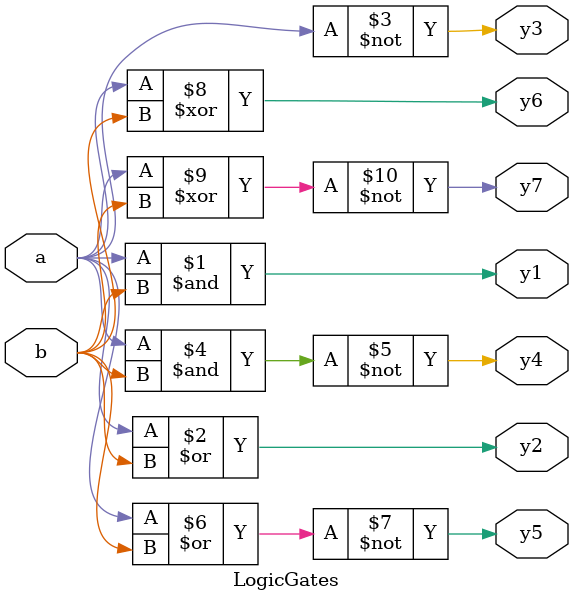
<source format=v>
module LogicGates( a,b,
                  y1,y2,y3,y4,y5,y6,y7
                 );
  
  input a;
  input b;
  output y1,y2,y3,y4,y5,y6,y7;
  
  assign y1 = a & b;
  
  assign y2 = a | b;
  
  assign y3 = ~a;
  
  assign y4 = ~(a & b);
  
  assign y5 = ~(a | b);
  
  assign y6 = a ^ b;
  
  assign y7 = ~(a ^ b);
  
endmodule

</source>
